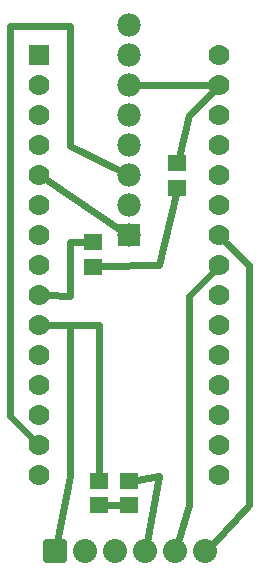
<source format=gbl>
G04 MADE WITH FRITZING*
G04 WWW.FRITZING.ORG*
G04 DOUBLE SIDED*
G04 HOLES PLATED*
G04 CONTOUR ON CENTER OF CONTOUR VECTOR*
%ASAXBY*%
%FSLAX23Y23*%
%MOIN*%
%OFA0B0*%
%SFA1.0B1.0*%
%ADD10C,0.070000*%
%ADD11C,0.080000*%
%ADD12C,0.078000*%
%ADD13R,0.069972X0.070000*%
%ADD14R,0.059055X0.055118*%
%ADD15R,0.078000X0.078000*%
%ADD16C,0.024000*%
%ADD17C,0.020000*%
%LNCOPPER0*%
G90*
G70*
G54D10*
X179Y1729D03*
X179Y1629D03*
X179Y1529D03*
X179Y1429D03*
X179Y1329D03*
X179Y1229D03*
X179Y1129D03*
X179Y1029D03*
X179Y929D03*
X179Y829D03*
X179Y729D03*
X179Y629D03*
X179Y529D03*
X179Y429D03*
X179Y329D03*
X779Y1729D03*
X779Y1629D03*
X779Y1529D03*
X779Y1429D03*
X779Y1329D03*
X779Y1229D03*
X779Y1129D03*
X779Y1029D03*
X779Y929D03*
X779Y829D03*
X779Y729D03*
X779Y629D03*
X779Y529D03*
X779Y429D03*
X779Y329D03*
G54D11*
X231Y76D03*
X331Y76D03*
X431Y76D03*
X531Y76D03*
X631Y76D03*
X731Y76D03*
X231Y76D03*
X331Y76D03*
X431Y76D03*
X531Y76D03*
X631Y76D03*
X731Y76D03*
G54D12*
X479Y1129D03*
X479Y1229D03*
X479Y1329D03*
X479Y1429D03*
X479Y1529D03*
X479Y1629D03*
X479Y1729D03*
X479Y1829D03*
X479Y1129D03*
X479Y1229D03*
X479Y1329D03*
X479Y1429D03*
X479Y1529D03*
X479Y1629D03*
X479Y1729D03*
X479Y1829D03*
G54D13*
X179Y1729D03*
G54D14*
X356Y1025D03*
X356Y1106D03*
X638Y1288D03*
X638Y1369D03*
X379Y229D03*
X379Y309D03*
X479Y229D03*
X479Y309D03*
G54D15*
X479Y1129D03*
X479Y1129D03*
G54D16*
X280Y1427D02*
X452Y1342D01*
D02*
X280Y1828D02*
X280Y1427D01*
D02*
X80Y1828D02*
X280Y1828D01*
D02*
X80Y528D02*
X80Y1828D01*
D02*
X158Y449D02*
X80Y528D01*
D02*
X509Y1629D02*
X749Y1629D01*
D02*
X677Y928D02*
X677Y229D01*
D02*
X758Y1008D02*
X677Y928D01*
D02*
X878Y1030D02*
X878Y229D01*
D02*
X799Y1108D02*
X878Y1030D01*
D02*
X280Y830D02*
X208Y829D01*
D02*
X280Y327D02*
X280Y830D01*
D02*
X237Y106D02*
X280Y327D01*
D02*
X203Y1313D02*
X453Y1145D01*
D02*
X677Y1529D02*
X758Y1608D01*
D02*
X644Y1391D02*
X677Y1529D01*
D02*
X579Y1030D02*
X633Y1266D01*
D02*
X380Y1026D02*
X579Y1030D01*
D02*
X280Y928D02*
X280Y1106D01*
D02*
X280Y1106D02*
X332Y1106D01*
D02*
X208Y929D02*
X280Y928D01*
D02*
X878Y229D02*
X753Y98D01*
D02*
X677Y229D02*
X640Y106D01*
D02*
X379Y830D02*
X208Y829D01*
D02*
X379Y331D02*
X379Y830D01*
D02*
X455Y229D02*
X403Y229D01*
D02*
X537Y106D02*
X579Y327D01*
D02*
X579Y327D02*
X503Y314D01*
G54D17*
X201Y106D02*
X261Y106D01*
X261Y46D01*
X201Y46D01*
X201Y106D01*
D02*
X201Y106D02*
X261Y106D01*
X261Y46D01*
X201Y46D01*
X201Y106D01*
D02*
G04 End of Copper0*
M02*
</source>
